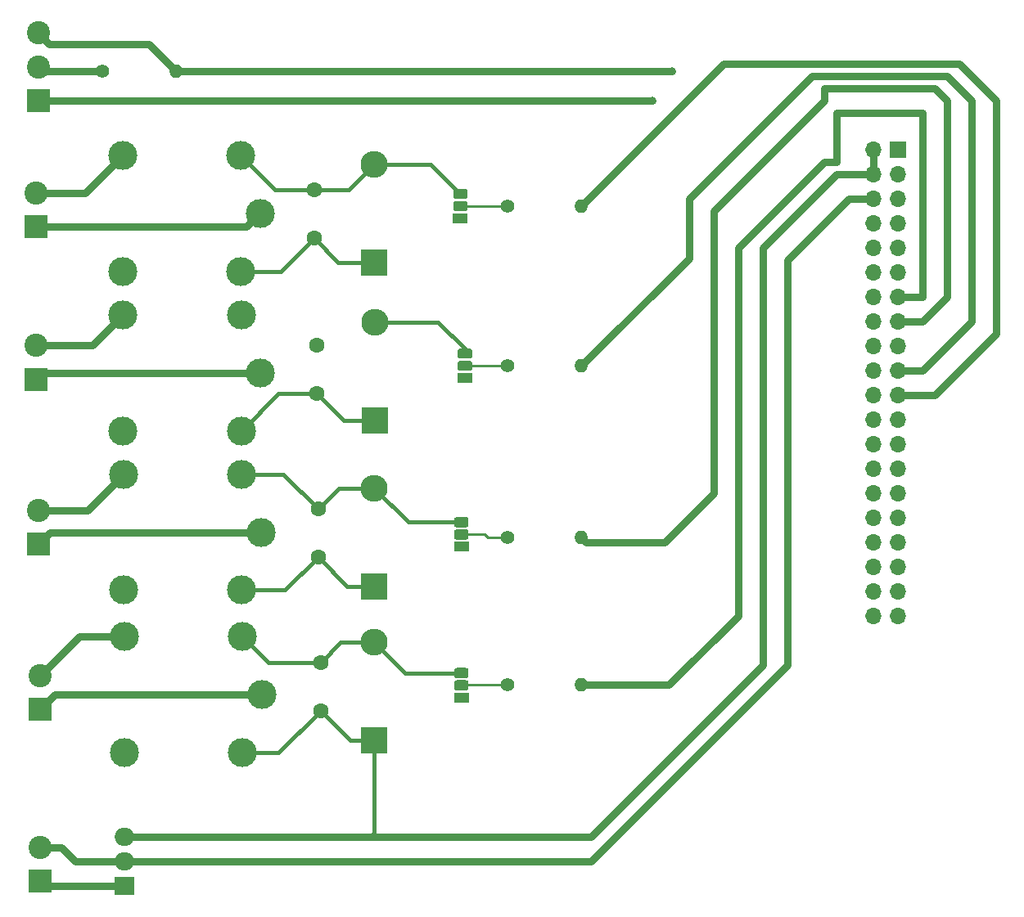
<source format=gbr>
G04 #@! TF.GenerationSoftware,KiCad,Pcbnew,(5.1.5)-3*
G04 #@! TF.CreationDate,2020-05-30T00:12:56+02:00*
G04 #@! TF.ProjectId,BOTLAND-1-INTELIGENTNY-DOM,424f544c-414e-4442-9d31-2d494e54454c,rev?*
G04 #@! TF.SameCoordinates,Original*
G04 #@! TF.FileFunction,Copper,L2,Bot*
G04 #@! TF.FilePolarity,Positive*
%FSLAX46Y46*%
G04 Gerber Fmt 4.6, Leading zero omitted, Abs format (unit mm)*
G04 Created by KiCad (PCBNEW (5.1.5)-3) date 2020-05-30 00:12:56*
%MOMM*%
%LPD*%
G04 APERTURE LIST*
%ADD10C,1.400000*%
%ADD11O,1.400000X1.400000*%
%ADD12C,2.400000*%
%ADD13R,2.400000X2.400000*%
%ADD14O,2.000000X1.905000*%
%ADD15R,2.000000X1.905000*%
%ADD16O,1.700000X1.700000*%
%ADD17R,1.700000X1.700000*%
%ADD18C,0.100000*%
%ADD19R,1.500000X1.050000*%
%ADD20R,2.800000X2.800000*%
%ADD21O,2.800000X2.800000*%
%ADD22C,1.600000*%
%ADD23C,3.000000*%
%ADD24C,0.800000*%
%ADD25C,0.400000*%
%ADD26C,0.750000*%
%ADD27C,0.250000*%
G04 APERTURE END LIST*
D10*
X34584640Y-66822320D03*
D11*
X42204640Y-66822320D03*
D12*
X27940000Y-62850000D03*
X27940000Y-66350000D03*
D13*
X27940000Y-69850000D03*
D12*
X28102560Y-147157560D03*
D13*
X28102560Y-150657560D03*
D14*
X36830000Y-146050000D03*
X36830000Y-148590000D03*
D15*
X36830000Y-151130000D03*
D16*
X114300000Y-123190000D03*
X116840000Y-123190000D03*
X114300000Y-120650000D03*
X116840000Y-120650000D03*
X114300000Y-118110000D03*
X116840000Y-118110000D03*
X114300000Y-115570000D03*
X116840000Y-115570000D03*
X114300000Y-113030000D03*
X116840000Y-113030000D03*
X114300000Y-110490000D03*
X116840000Y-110490000D03*
X114300000Y-107950000D03*
X116840000Y-107950000D03*
X114300000Y-105410000D03*
X116840000Y-105410000D03*
X114300000Y-102870000D03*
X116840000Y-102870000D03*
X114300000Y-100330000D03*
X116840000Y-100330000D03*
X114300000Y-97790000D03*
X116840000Y-97790000D03*
X114300000Y-95250000D03*
X116840000Y-95250000D03*
X114300000Y-92710000D03*
X116840000Y-92710000D03*
X114300000Y-90170000D03*
X116840000Y-90170000D03*
X114300000Y-87630000D03*
X116840000Y-87630000D03*
X114300000Y-85090000D03*
X116840000Y-85090000D03*
X114300000Y-82550000D03*
X116840000Y-82550000D03*
X114300000Y-80010000D03*
X116840000Y-80010000D03*
X114300000Y-77470000D03*
X116840000Y-77470000D03*
X114300000Y-74930000D03*
D17*
X116840000Y-74930000D03*
D10*
X76494640Y-130322320D03*
D11*
X84114640Y-130322320D03*
D10*
X76494640Y-115082320D03*
D11*
X84114640Y-115082320D03*
D10*
X76494640Y-97302320D03*
D11*
X84114640Y-97302320D03*
X84114640Y-80792320D03*
D10*
X76494640Y-80792320D03*
G04 #@! TA.AperFunction,ComponentPad*
D18*
G36*
X72222509Y-129834144D02*
G01*
X72247991Y-129837924D01*
X72272980Y-129844183D01*
X72297234Y-129852862D01*
X72320522Y-129863876D01*
X72342617Y-129877119D01*
X72363308Y-129892465D01*
X72382396Y-129909764D01*
X72399695Y-129928852D01*
X72415041Y-129949543D01*
X72428284Y-129971638D01*
X72439298Y-129994926D01*
X72447977Y-130019180D01*
X72454236Y-130044169D01*
X72458016Y-130069651D01*
X72459280Y-130095380D01*
X72459280Y-130620380D01*
X72458016Y-130646109D01*
X72454236Y-130671591D01*
X72447977Y-130696580D01*
X72439298Y-130720834D01*
X72428284Y-130744122D01*
X72415041Y-130766217D01*
X72399695Y-130786908D01*
X72382396Y-130805996D01*
X72363308Y-130823295D01*
X72342617Y-130838641D01*
X72320522Y-130851884D01*
X72297234Y-130862898D01*
X72272980Y-130871577D01*
X72247991Y-130877836D01*
X72222509Y-130881616D01*
X72196780Y-130882880D01*
X71221780Y-130882880D01*
X71196051Y-130881616D01*
X71170569Y-130877836D01*
X71145580Y-130871577D01*
X71121326Y-130862898D01*
X71098038Y-130851884D01*
X71075943Y-130838641D01*
X71055252Y-130823295D01*
X71036164Y-130805996D01*
X71018865Y-130786908D01*
X71003519Y-130766217D01*
X70990276Y-130744122D01*
X70979262Y-130720834D01*
X70970583Y-130696580D01*
X70964324Y-130671591D01*
X70960544Y-130646109D01*
X70959280Y-130620380D01*
X70959280Y-130095380D01*
X70960544Y-130069651D01*
X70964324Y-130044169D01*
X70970583Y-130019180D01*
X70979262Y-129994926D01*
X70990276Y-129971638D01*
X71003519Y-129949543D01*
X71018865Y-129928852D01*
X71036164Y-129909764D01*
X71055252Y-129892465D01*
X71075943Y-129877119D01*
X71098038Y-129863876D01*
X71121326Y-129852862D01*
X71145580Y-129844183D01*
X71170569Y-129837924D01*
X71196051Y-129834144D01*
X71221780Y-129832880D01*
X72196780Y-129832880D01*
X72222509Y-129834144D01*
G37*
G04 #@! TD.AperFunction*
G04 #@! TA.AperFunction,ComponentPad*
G36*
X72222509Y-128564144D02*
G01*
X72247991Y-128567924D01*
X72272980Y-128574183D01*
X72297234Y-128582862D01*
X72320522Y-128593876D01*
X72342617Y-128607119D01*
X72363308Y-128622465D01*
X72382396Y-128639764D01*
X72399695Y-128658852D01*
X72415041Y-128679543D01*
X72428284Y-128701638D01*
X72439298Y-128724926D01*
X72447977Y-128749180D01*
X72454236Y-128774169D01*
X72458016Y-128799651D01*
X72459280Y-128825380D01*
X72459280Y-129350380D01*
X72458016Y-129376109D01*
X72454236Y-129401591D01*
X72447977Y-129426580D01*
X72439298Y-129450834D01*
X72428284Y-129474122D01*
X72415041Y-129496217D01*
X72399695Y-129516908D01*
X72382396Y-129535996D01*
X72363308Y-129553295D01*
X72342617Y-129568641D01*
X72320522Y-129581884D01*
X72297234Y-129592898D01*
X72272980Y-129601577D01*
X72247991Y-129607836D01*
X72222509Y-129611616D01*
X72196780Y-129612880D01*
X71221780Y-129612880D01*
X71196051Y-129611616D01*
X71170569Y-129607836D01*
X71145580Y-129601577D01*
X71121326Y-129592898D01*
X71098038Y-129581884D01*
X71075943Y-129568641D01*
X71055252Y-129553295D01*
X71036164Y-129535996D01*
X71018865Y-129516908D01*
X71003519Y-129496217D01*
X70990276Y-129474122D01*
X70979262Y-129450834D01*
X70970583Y-129426580D01*
X70964324Y-129401591D01*
X70960544Y-129376109D01*
X70959280Y-129350380D01*
X70959280Y-128825380D01*
X70960544Y-128799651D01*
X70964324Y-128774169D01*
X70970583Y-128749180D01*
X70979262Y-128724926D01*
X70990276Y-128701638D01*
X71003519Y-128679543D01*
X71018865Y-128658852D01*
X71036164Y-128639764D01*
X71055252Y-128622465D01*
X71075943Y-128607119D01*
X71098038Y-128593876D01*
X71121326Y-128582862D01*
X71145580Y-128574183D01*
X71170569Y-128567924D01*
X71196051Y-128564144D01*
X71221780Y-128562880D01*
X72196780Y-128562880D01*
X72222509Y-128564144D01*
G37*
G04 #@! TD.AperFunction*
D19*
X71709280Y-131627880D03*
G04 #@! TA.AperFunction,ComponentPad*
D18*
G36*
X72222509Y-114228384D02*
G01*
X72247991Y-114232164D01*
X72272980Y-114238423D01*
X72297234Y-114247102D01*
X72320522Y-114258116D01*
X72342617Y-114271359D01*
X72363308Y-114286705D01*
X72382396Y-114304004D01*
X72399695Y-114323092D01*
X72415041Y-114343783D01*
X72428284Y-114365878D01*
X72439298Y-114389166D01*
X72447977Y-114413420D01*
X72454236Y-114438409D01*
X72458016Y-114463891D01*
X72459280Y-114489620D01*
X72459280Y-115014620D01*
X72458016Y-115040349D01*
X72454236Y-115065831D01*
X72447977Y-115090820D01*
X72439298Y-115115074D01*
X72428284Y-115138362D01*
X72415041Y-115160457D01*
X72399695Y-115181148D01*
X72382396Y-115200236D01*
X72363308Y-115217535D01*
X72342617Y-115232881D01*
X72320522Y-115246124D01*
X72297234Y-115257138D01*
X72272980Y-115265817D01*
X72247991Y-115272076D01*
X72222509Y-115275856D01*
X72196780Y-115277120D01*
X71221780Y-115277120D01*
X71196051Y-115275856D01*
X71170569Y-115272076D01*
X71145580Y-115265817D01*
X71121326Y-115257138D01*
X71098038Y-115246124D01*
X71075943Y-115232881D01*
X71055252Y-115217535D01*
X71036164Y-115200236D01*
X71018865Y-115181148D01*
X71003519Y-115160457D01*
X70990276Y-115138362D01*
X70979262Y-115115074D01*
X70970583Y-115090820D01*
X70964324Y-115065831D01*
X70960544Y-115040349D01*
X70959280Y-115014620D01*
X70959280Y-114489620D01*
X70960544Y-114463891D01*
X70964324Y-114438409D01*
X70970583Y-114413420D01*
X70979262Y-114389166D01*
X70990276Y-114365878D01*
X71003519Y-114343783D01*
X71018865Y-114323092D01*
X71036164Y-114304004D01*
X71055252Y-114286705D01*
X71075943Y-114271359D01*
X71098038Y-114258116D01*
X71121326Y-114247102D01*
X71145580Y-114238423D01*
X71170569Y-114232164D01*
X71196051Y-114228384D01*
X71221780Y-114227120D01*
X72196780Y-114227120D01*
X72222509Y-114228384D01*
G37*
G04 #@! TD.AperFunction*
G04 #@! TA.AperFunction,ComponentPad*
G36*
X72222509Y-112958384D02*
G01*
X72247991Y-112962164D01*
X72272980Y-112968423D01*
X72297234Y-112977102D01*
X72320522Y-112988116D01*
X72342617Y-113001359D01*
X72363308Y-113016705D01*
X72382396Y-113034004D01*
X72399695Y-113053092D01*
X72415041Y-113073783D01*
X72428284Y-113095878D01*
X72439298Y-113119166D01*
X72447977Y-113143420D01*
X72454236Y-113168409D01*
X72458016Y-113193891D01*
X72459280Y-113219620D01*
X72459280Y-113744620D01*
X72458016Y-113770349D01*
X72454236Y-113795831D01*
X72447977Y-113820820D01*
X72439298Y-113845074D01*
X72428284Y-113868362D01*
X72415041Y-113890457D01*
X72399695Y-113911148D01*
X72382396Y-113930236D01*
X72363308Y-113947535D01*
X72342617Y-113962881D01*
X72320522Y-113976124D01*
X72297234Y-113987138D01*
X72272980Y-113995817D01*
X72247991Y-114002076D01*
X72222509Y-114005856D01*
X72196780Y-114007120D01*
X71221780Y-114007120D01*
X71196051Y-114005856D01*
X71170569Y-114002076D01*
X71145580Y-113995817D01*
X71121326Y-113987138D01*
X71098038Y-113976124D01*
X71075943Y-113962881D01*
X71055252Y-113947535D01*
X71036164Y-113930236D01*
X71018865Y-113911148D01*
X71003519Y-113890457D01*
X70990276Y-113868362D01*
X70979262Y-113845074D01*
X70970583Y-113820820D01*
X70964324Y-113795831D01*
X70960544Y-113770349D01*
X70959280Y-113744620D01*
X70959280Y-113219620D01*
X70960544Y-113193891D01*
X70964324Y-113168409D01*
X70970583Y-113143420D01*
X70979262Y-113119166D01*
X70990276Y-113095878D01*
X71003519Y-113073783D01*
X71018865Y-113053092D01*
X71036164Y-113034004D01*
X71055252Y-113016705D01*
X71075943Y-113001359D01*
X71098038Y-112988116D01*
X71121326Y-112977102D01*
X71145580Y-112968423D01*
X71170569Y-112962164D01*
X71196051Y-112958384D01*
X71221780Y-112957120D01*
X72196780Y-112957120D01*
X72222509Y-112958384D01*
G37*
G04 #@! TD.AperFunction*
D19*
X71709280Y-116022120D03*
G04 #@! TA.AperFunction,ComponentPad*
D18*
G36*
X72588269Y-96778584D02*
G01*
X72613751Y-96782364D01*
X72638740Y-96788623D01*
X72662994Y-96797302D01*
X72686282Y-96808316D01*
X72708377Y-96821559D01*
X72729068Y-96836905D01*
X72748156Y-96854204D01*
X72765455Y-96873292D01*
X72780801Y-96893983D01*
X72794044Y-96916078D01*
X72805058Y-96939366D01*
X72813737Y-96963620D01*
X72819996Y-96988609D01*
X72823776Y-97014091D01*
X72825040Y-97039820D01*
X72825040Y-97564820D01*
X72823776Y-97590549D01*
X72819996Y-97616031D01*
X72813737Y-97641020D01*
X72805058Y-97665274D01*
X72794044Y-97688562D01*
X72780801Y-97710657D01*
X72765455Y-97731348D01*
X72748156Y-97750436D01*
X72729068Y-97767735D01*
X72708377Y-97783081D01*
X72686282Y-97796324D01*
X72662994Y-97807338D01*
X72638740Y-97816017D01*
X72613751Y-97822276D01*
X72588269Y-97826056D01*
X72562540Y-97827320D01*
X71587540Y-97827320D01*
X71561811Y-97826056D01*
X71536329Y-97822276D01*
X71511340Y-97816017D01*
X71487086Y-97807338D01*
X71463798Y-97796324D01*
X71441703Y-97783081D01*
X71421012Y-97767735D01*
X71401924Y-97750436D01*
X71384625Y-97731348D01*
X71369279Y-97710657D01*
X71356036Y-97688562D01*
X71345022Y-97665274D01*
X71336343Y-97641020D01*
X71330084Y-97616031D01*
X71326304Y-97590549D01*
X71325040Y-97564820D01*
X71325040Y-97039820D01*
X71326304Y-97014091D01*
X71330084Y-96988609D01*
X71336343Y-96963620D01*
X71345022Y-96939366D01*
X71356036Y-96916078D01*
X71369279Y-96893983D01*
X71384625Y-96873292D01*
X71401924Y-96854204D01*
X71421012Y-96836905D01*
X71441703Y-96821559D01*
X71463798Y-96808316D01*
X71487086Y-96797302D01*
X71511340Y-96788623D01*
X71536329Y-96782364D01*
X71561811Y-96778584D01*
X71587540Y-96777320D01*
X72562540Y-96777320D01*
X72588269Y-96778584D01*
G37*
G04 #@! TD.AperFunction*
G04 #@! TA.AperFunction,ComponentPad*
G36*
X72588269Y-95508584D02*
G01*
X72613751Y-95512364D01*
X72638740Y-95518623D01*
X72662994Y-95527302D01*
X72686282Y-95538316D01*
X72708377Y-95551559D01*
X72729068Y-95566905D01*
X72748156Y-95584204D01*
X72765455Y-95603292D01*
X72780801Y-95623983D01*
X72794044Y-95646078D01*
X72805058Y-95669366D01*
X72813737Y-95693620D01*
X72819996Y-95718609D01*
X72823776Y-95744091D01*
X72825040Y-95769820D01*
X72825040Y-96294820D01*
X72823776Y-96320549D01*
X72819996Y-96346031D01*
X72813737Y-96371020D01*
X72805058Y-96395274D01*
X72794044Y-96418562D01*
X72780801Y-96440657D01*
X72765455Y-96461348D01*
X72748156Y-96480436D01*
X72729068Y-96497735D01*
X72708377Y-96513081D01*
X72686282Y-96526324D01*
X72662994Y-96537338D01*
X72638740Y-96546017D01*
X72613751Y-96552276D01*
X72588269Y-96556056D01*
X72562540Y-96557320D01*
X71587540Y-96557320D01*
X71561811Y-96556056D01*
X71536329Y-96552276D01*
X71511340Y-96546017D01*
X71487086Y-96537338D01*
X71463798Y-96526324D01*
X71441703Y-96513081D01*
X71421012Y-96497735D01*
X71401924Y-96480436D01*
X71384625Y-96461348D01*
X71369279Y-96440657D01*
X71356036Y-96418562D01*
X71345022Y-96395274D01*
X71336343Y-96371020D01*
X71330084Y-96346031D01*
X71326304Y-96320549D01*
X71325040Y-96294820D01*
X71325040Y-95769820D01*
X71326304Y-95744091D01*
X71330084Y-95718609D01*
X71336343Y-95693620D01*
X71345022Y-95669366D01*
X71356036Y-95646078D01*
X71369279Y-95623983D01*
X71384625Y-95603292D01*
X71401924Y-95584204D01*
X71421012Y-95566905D01*
X71441703Y-95551559D01*
X71463798Y-95538316D01*
X71487086Y-95527302D01*
X71511340Y-95518623D01*
X71536329Y-95512364D01*
X71561811Y-95508584D01*
X71587540Y-95507320D01*
X72562540Y-95507320D01*
X72588269Y-95508584D01*
G37*
G04 #@! TD.AperFunction*
D19*
X72075040Y-98572320D03*
X71602600Y-82036920D03*
G04 #@! TA.AperFunction,ComponentPad*
D18*
G36*
X72115829Y-78973184D02*
G01*
X72141311Y-78976964D01*
X72166300Y-78983223D01*
X72190554Y-78991902D01*
X72213842Y-79002916D01*
X72235937Y-79016159D01*
X72256628Y-79031505D01*
X72275716Y-79048804D01*
X72293015Y-79067892D01*
X72308361Y-79088583D01*
X72321604Y-79110678D01*
X72332618Y-79133966D01*
X72341297Y-79158220D01*
X72347556Y-79183209D01*
X72351336Y-79208691D01*
X72352600Y-79234420D01*
X72352600Y-79759420D01*
X72351336Y-79785149D01*
X72347556Y-79810631D01*
X72341297Y-79835620D01*
X72332618Y-79859874D01*
X72321604Y-79883162D01*
X72308361Y-79905257D01*
X72293015Y-79925948D01*
X72275716Y-79945036D01*
X72256628Y-79962335D01*
X72235937Y-79977681D01*
X72213842Y-79990924D01*
X72190554Y-80001938D01*
X72166300Y-80010617D01*
X72141311Y-80016876D01*
X72115829Y-80020656D01*
X72090100Y-80021920D01*
X71115100Y-80021920D01*
X71089371Y-80020656D01*
X71063889Y-80016876D01*
X71038900Y-80010617D01*
X71014646Y-80001938D01*
X70991358Y-79990924D01*
X70969263Y-79977681D01*
X70948572Y-79962335D01*
X70929484Y-79945036D01*
X70912185Y-79925948D01*
X70896839Y-79905257D01*
X70883596Y-79883162D01*
X70872582Y-79859874D01*
X70863903Y-79835620D01*
X70857644Y-79810631D01*
X70853864Y-79785149D01*
X70852600Y-79759420D01*
X70852600Y-79234420D01*
X70853864Y-79208691D01*
X70857644Y-79183209D01*
X70863903Y-79158220D01*
X70872582Y-79133966D01*
X70883596Y-79110678D01*
X70896839Y-79088583D01*
X70912185Y-79067892D01*
X70929484Y-79048804D01*
X70948572Y-79031505D01*
X70969263Y-79016159D01*
X70991358Y-79002916D01*
X71014646Y-78991902D01*
X71038900Y-78983223D01*
X71063889Y-78976964D01*
X71089371Y-78973184D01*
X71115100Y-78971920D01*
X72090100Y-78971920D01*
X72115829Y-78973184D01*
G37*
G04 #@! TD.AperFunction*
G04 #@! TA.AperFunction,ComponentPad*
G36*
X72115829Y-80243184D02*
G01*
X72141311Y-80246964D01*
X72166300Y-80253223D01*
X72190554Y-80261902D01*
X72213842Y-80272916D01*
X72235937Y-80286159D01*
X72256628Y-80301505D01*
X72275716Y-80318804D01*
X72293015Y-80337892D01*
X72308361Y-80358583D01*
X72321604Y-80380678D01*
X72332618Y-80403966D01*
X72341297Y-80428220D01*
X72347556Y-80453209D01*
X72351336Y-80478691D01*
X72352600Y-80504420D01*
X72352600Y-81029420D01*
X72351336Y-81055149D01*
X72347556Y-81080631D01*
X72341297Y-81105620D01*
X72332618Y-81129874D01*
X72321604Y-81153162D01*
X72308361Y-81175257D01*
X72293015Y-81195948D01*
X72275716Y-81215036D01*
X72256628Y-81232335D01*
X72235937Y-81247681D01*
X72213842Y-81260924D01*
X72190554Y-81271938D01*
X72166300Y-81280617D01*
X72141311Y-81286876D01*
X72115829Y-81290656D01*
X72090100Y-81291920D01*
X71115100Y-81291920D01*
X71089371Y-81290656D01*
X71063889Y-81286876D01*
X71038900Y-81280617D01*
X71014646Y-81271938D01*
X70991358Y-81260924D01*
X70969263Y-81247681D01*
X70948572Y-81232335D01*
X70929484Y-81215036D01*
X70912185Y-81195948D01*
X70896839Y-81175257D01*
X70883596Y-81153162D01*
X70872582Y-81129874D01*
X70863903Y-81105620D01*
X70857644Y-81080631D01*
X70853864Y-81055149D01*
X70852600Y-81029420D01*
X70852600Y-80504420D01*
X70853864Y-80478691D01*
X70857644Y-80453209D01*
X70863903Y-80428220D01*
X70872582Y-80403966D01*
X70883596Y-80380678D01*
X70896839Y-80358583D01*
X70912185Y-80337892D01*
X70929484Y-80318804D01*
X70948572Y-80301505D01*
X70969263Y-80286159D01*
X70991358Y-80272916D01*
X71014646Y-80261902D01*
X71038900Y-80253223D01*
X71063889Y-80246964D01*
X71089371Y-80243184D01*
X71115100Y-80241920D01*
X72090100Y-80241920D01*
X72115829Y-80243184D01*
G37*
G04 #@! TD.AperFunction*
D13*
X28102560Y-132877560D03*
D12*
X28102560Y-129377560D03*
D13*
X27929840Y-115768120D03*
D12*
X27929840Y-112268120D03*
D13*
X27711400Y-98699320D03*
D12*
X27711400Y-95199320D03*
X27752040Y-79405600D03*
D13*
X27752040Y-82905600D03*
D20*
X62677040Y-136067800D03*
D21*
X62677040Y-125907800D03*
D20*
X62712600Y-120147080D03*
D21*
X62712600Y-109987080D03*
D20*
X62783720Y-102910640D03*
D21*
X62783720Y-92750640D03*
X62722760Y-76413360D03*
D20*
X62722760Y-86573360D03*
D22*
X57139840Y-132974080D03*
X57139840Y-127974080D03*
X56890920Y-117109240D03*
X56890920Y-112109240D03*
X56733440Y-100136960D03*
X56733440Y-95136960D03*
X56464200Y-79079080D03*
X56464200Y-84079080D03*
D23*
X49059080Y-125307840D03*
X36859080Y-125307840D03*
X36859080Y-137307840D03*
X49059080Y-137307840D03*
X51059080Y-131307840D03*
X48972720Y-108518440D03*
X36772720Y-108518440D03*
X36772720Y-120518440D03*
X48972720Y-120518440D03*
X50972720Y-114518440D03*
X48927000Y-92018600D03*
X36727000Y-92018600D03*
X36727000Y-104018600D03*
X48927000Y-104018600D03*
X50927000Y-98018600D03*
X50881280Y-81518760D03*
X48881280Y-87518760D03*
X36681280Y-87518760D03*
X36681280Y-75518760D03*
X48881280Y-75518760D03*
D24*
X93492320Y-66822320D03*
X91440000Y-69850000D03*
D25*
X60233560Y-136067800D02*
X57139840Y-132974080D01*
X62677040Y-136067800D02*
X60233560Y-136067800D01*
X52806080Y-137307840D02*
X49059080Y-137307840D01*
X57139840Y-132974080D02*
X52806080Y-137307840D01*
X59206120Y-125907800D02*
X57139840Y-127974080D01*
X62677040Y-125907800D02*
X59206120Y-125907800D01*
X51725320Y-127974080D02*
X49059080Y-125307840D01*
X57139840Y-127974080D02*
X51725320Y-127974080D01*
X59928760Y-120147080D02*
X56890920Y-117109240D01*
X62712600Y-120147080D02*
X59928760Y-120147080D01*
X53481720Y-120518440D02*
X48972720Y-120518440D01*
X56890920Y-117109240D02*
X53481720Y-120518440D01*
X59013080Y-109987080D02*
X56890920Y-112109240D01*
X62712600Y-109987080D02*
X59013080Y-109987080D01*
X53300120Y-108518440D02*
X48972720Y-108518440D01*
X56890920Y-112109240D02*
X53300120Y-108518440D01*
X59507120Y-102910640D02*
X56733440Y-100136960D01*
X62783720Y-102910640D02*
X59507120Y-102910640D01*
X52808640Y-100136960D02*
X48927000Y-104018600D01*
X56733440Y-100136960D02*
X52808640Y-100136960D01*
X58958480Y-86573360D02*
X56464200Y-84079080D01*
X62722760Y-86573360D02*
X58958480Y-86573360D01*
X53024520Y-87518760D02*
X48881280Y-87518760D01*
X56464200Y-84079080D02*
X53024520Y-87518760D01*
X60057040Y-79079080D02*
X56464200Y-79079080D01*
X62722760Y-76413360D02*
X60057040Y-79079080D01*
X52441600Y-79079080D02*
X56464200Y-79079080D01*
X48881280Y-75518760D02*
X52441600Y-79079080D01*
X65857120Y-129087880D02*
X62677040Y-125907800D01*
X71709280Y-129087880D02*
X65857120Y-129087880D01*
X66207640Y-113482120D02*
X62712600Y-109987080D01*
X71709280Y-113482120D02*
X66207640Y-113482120D01*
X69318360Y-92750640D02*
X64763618Y-92750640D01*
X64763618Y-92750640D02*
X62783720Y-92750640D01*
X72075040Y-95507320D02*
X69318360Y-92750640D01*
X72075040Y-96032320D02*
X72075040Y-95507320D01*
X68519040Y-76413360D02*
X62722760Y-76413360D01*
X71602600Y-79496920D02*
X68519040Y-76413360D01*
D26*
X32172280Y-125307840D02*
X36859080Y-125307840D01*
X28102560Y-129377560D02*
X32172280Y-125307840D01*
X29672280Y-131307840D02*
X28102560Y-132877560D01*
X51059080Y-131307840D02*
X29672280Y-131307840D01*
X33023040Y-112268120D02*
X27929840Y-112268120D01*
X36772720Y-108518440D02*
X33023040Y-112268120D01*
X29179520Y-114518440D02*
X27929840Y-115768120D01*
X50972720Y-114518440D02*
X29179520Y-114518440D01*
X33546280Y-95199320D02*
X27711400Y-95199320D01*
X36727000Y-92018600D02*
X33546280Y-95199320D01*
X28392120Y-98018600D02*
X27711400Y-98699320D01*
X50927000Y-98018600D02*
X28392120Y-98018600D01*
X49494440Y-82905600D02*
X50881280Y-81518760D01*
X27752040Y-82905600D02*
X49494440Y-82905600D01*
X32794440Y-79405600D02*
X27752040Y-79405600D01*
X36681280Y-75518760D02*
X32794440Y-79405600D01*
D27*
X71744840Y-130322320D02*
X71709280Y-130357880D01*
X76494640Y-130322320D02*
X71744840Y-130322320D01*
X76494640Y-115082320D02*
X74442320Y-115082320D01*
X74112120Y-114752120D02*
X71709280Y-114752120D01*
X74442320Y-115082320D02*
X74112120Y-114752120D01*
X76494640Y-97302320D02*
X72075040Y-97302320D01*
X71628000Y-80792320D02*
X71602600Y-80766920D01*
X76494640Y-80792320D02*
X71628000Y-80792320D01*
D26*
X28575000Y-151130000D02*
X28102560Y-150657560D01*
X36830000Y-151130000D02*
X28575000Y-151130000D01*
X36830000Y-148590000D02*
X31750000Y-148590000D01*
X30317560Y-147157560D02*
X28102560Y-147157560D01*
X31750000Y-148590000D02*
X30317560Y-147157560D01*
X114300000Y-74930000D02*
X114300000Y-77470000D01*
X114300000Y-77470000D02*
X110490000Y-77470000D01*
X110490000Y-77470000D02*
X102870000Y-85090000D01*
X102870000Y-85090000D02*
X102870000Y-128270000D01*
X102870000Y-128270000D02*
X85090000Y-146050000D01*
X36830000Y-148590000D02*
X85090000Y-148590000D01*
X85090000Y-148590000D02*
X105410000Y-128270000D01*
X105410000Y-128270000D02*
X105410000Y-86360000D01*
X111760000Y-80010000D02*
X114300000Y-80010000D01*
X105410000Y-86360000D02*
X111760000Y-80010000D01*
X116840000Y-90170000D02*
X119380000Y-90170000D01*
X119380000Y-90170000D02*
X119380000Y-71120000D01*
X119380000Y-71120000D02*
X110490000Y-71120000D01*
X110490000Y-71120000D02*
X110490000Y-76200000D01*
X110490000Y-76200000D02*
X109220000Y-76200000D01*
X109220000Y-76200000D02*
X100330000Y-85090000D01*
X100330000Y-85090000D02*
X100330000Y-123190000D01*
X93197680Y-130322320D02*
X84114640Y-130322320D01*
X100330000Y-123190000D02*
X93197680Y-130322320D01*
X116840000Y-92710000D02*
X119380000Y-92710000D01*
X119380000Y-92710000D02*
X121920000Y-90170000D01*
X121920000Y-90170000D02*
X121920000Y-69850000D01*
X121920000Y-69850000D02*
X120650000Y-68580000D01*
X120650000Y-68580000D02*
X109220000Y-68580000D01*
X109220000Y-68580000D02*
X109220000Y-69850000D01*
X109220000Y-69850000D02*
X97790000Y-81280000D01*
X97790000Y-81280000D02*
X97790000Y-110490000D01*
X97790000Y-110490000D02*
X92710000Y-115570000D01*
X84602320Y-115570000D02*
X84114640Y-115082320D01*
X92710000Y-115570000D02*
X84602320Y-115570000D01*
X116840000Y-97790000D02*
X119380000Y-97790000D01*
X119380000Y-97790000D02*
X124460000Y-92710000D01*
X124460000Y-92710000D02*
X124460000Y-69850000D01*
X124460000Y-69850000D02*
X121920000Y-67310000D01*
X121920000Y-67310000D02*
X107950000Y-67310000D01*
X107950000Y-67310000D02*
X95250000Y-80010000D01*
X95250000Y-86166960D02*
X84114640Y-97302320D01*
X95250000Y-80010000D02*
X95250000Y-86166960D01*
X98866960Y-66040000D02*
X84114640Y-80792320D01*
X120650000Y-100330000D02*
X127000000Y-93980000D01*
X116840000Y-100330000D02*
X120650000Y-100330000D01*
X127000000Y-93980000D02*
X127000000Y-69850000D01*
X127000000Y-69850000D02*
X123190000Y-66040000D01*
X123190000Y-66040000D02*
X98866960Y-66040000D01*
X28412320Y-66822320D02*
X27940000Y-66350000D01*
X34584640Y-66822320D02*
X28412320Y-66822320D01*
X42204640Y-66822320D02*
X39370000Y-63987680D01*
X29077680Y-63987680D02*
X27940000Y-62850000D01*
X39370000Y-63987680D02*
X29077680Y-63987680D01*
X42204640Y-66822320D02*
X93492320Y-66822320D01*
X93492320Y-66822320D02*
X93492320Y-66822320D01*
X27940000Y-69850000D02*
X91440000Y-69850000D01*
X91440000Y-69850000D02*
X91440000Y-69850000D01*
D25*
X62677040Y-145602960D02*
X62230000Y-146050000D01*
X62677040Y-136067800D02*
X62677040Y-145602960D01*
D26*
X85090000Y-146050000D02*
X62230000Y-146050000D01*
X62230000Y-146050000D02*
X36830000Y-146050000D01*
M02*

</source>
